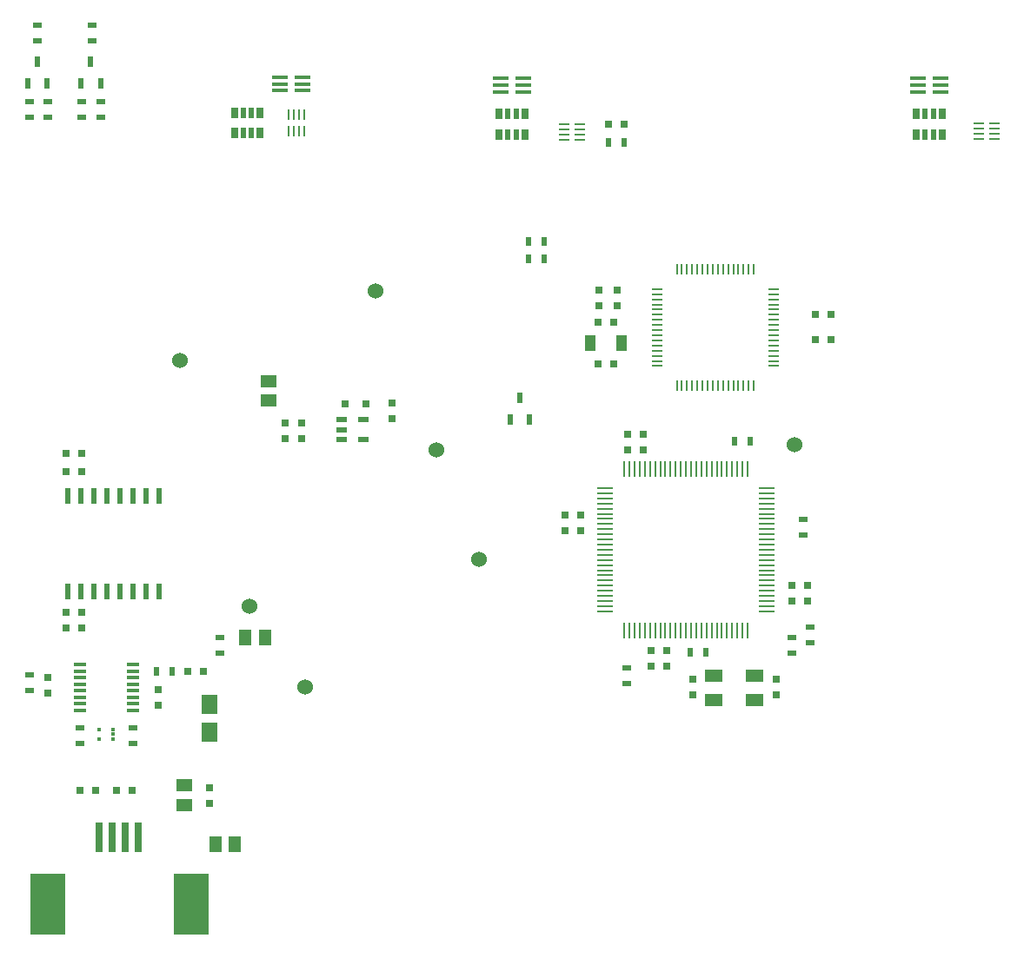
<source format=gbr>
G04 #@! TF.FileFunction,Paste,Top*
%FSLAX46Y46*%
G04 Gerber Fmt 4.6, Leading zero omitted, Abs format (unit mm)*
G04 Created by KiCad (PCBNEW 4.0.1-stable) date 23/05/2016 10:25:49*
%MOMM*%
G01*
G04 APERTURE LIST*
%ADD10C,0.100000*%
%ADD11R,0.700000X3.000000*%
%ADD12R,3.400000X6.040000*%
%ADD13R,0.800000X0.750000*%
%ADD14R,1.000000X1.600000*%
%ADD15R,0.750000X0.800000*%
%ADD16R,0.500000X0.900000*%
%ADD17R,0.797560X0.797560*%
%ADD18R,1.300000X1.500000*%
%ADD19R,1.500000X1.300000*%
%ADD20R,0.800000X0.800000*%
%ADD21R,0.900000X0.500000*%
%ADD22R,1.800000X1.200000*%
%ADD23R,0.500000X1.000000*%
%ADD24R,0.700000X1.000000*%
%ADD25R,1.501140X1.950720*%
%ADD26R,0.599440X1.000760*%
%ADD27R,1.500000X0.350000*%
%ADD28C,1.524000*%
%ADD29R,0.280000X1.500000*%
%ADD30R,1.500000X0.280000*%
%ADD31R,0.600000X1.500000*%
%ADD32R,1.200000X0.400000*%
%ADD33R,0.250000X1.000000*%
%ADD34R,1.000000X0.250000*%
%ADD35R,1.000760X0.599440*%
%ADD36R,0.450000X0.300000*%
G04 APERTURE END LIST*
D10*
D11*
X97745000Y-135309600D03*
X98995000Y-135309600D03*
X100245000Y-135309600D03*
X101495000Y-135309600D03*
D12*
X92695000Y-141809600D03*
X106695000Y-141809600D03*
D13*
X150737000Y-96012000D03*
X149237000Y-96012000D03*
D14*
X148566000Y-87122000D03*
X145566000Y-87122000D03*
D13*
X147816000Y-85090000D03*
X146316000Y-85090000D03*
D15*
X146431000Y-83427000D03*
X146431000Y-81927000D03*
D16*
X139585000Y-77216000D03*
X141085000Y-77216000D03*
X139585000Y-78867000D03*
X141085000Y-78867000D03*
D13*
X147332000Y-65786000D03*
X148832000Y-65786000D03*
D16*
X147332000Y-67564000D03*
X148832000Y-67564000D03*
D13*
X167525000Y-86741000D03*
X169025000Y-86741000D03*
D15*
X148209000Y-83427000D03*
X148209000Y-81927000D03*
D13*
X147816000Y-89154000D03*
X146316000Y-89154000D03*
X167525000Y-84328000D03*
X169025000Y-84328000D03*
D15*
X155511500Y-121400000D03*
X155511500Y-119900000D03*
X163639500Y-119900000D03*
X163639500Y-121400000D03*
X165227000Y-112256000D03*
X165227000Y-110756000D03*
X166751000Y-112256000D03*
X166751000Y-110756000D03*
D13*
X150737000Y-97536000D03*
X149237000Y-97536000D03*
D15*
X143129000Y-105398000D03*
X143129000Y-103898000D03*
X144653000Y-105398000D03*
X144653000Y-103898000D03*
X151511000Y-117106000D03*
X151511000Y-118606000D03*
X153035000Y-117106000D03*
X153035000Y-118606000D03*
D13*
X94500000Y-113379000D03*
X96000000Y-113379000D03*
X94500000Y-114903000D03*
X96000000Y-114903000D03*
D15*
X108458000Y-131941000D03*
X108458000Y-130441000D03*
D13*
X99453000Y-130683000D03*
X100953000Y-130683000D03*
X97397000Y-130683000D03*
X95897000Y-130683000D03*
X94500000Y-99663000D03*
X96000000Y-99663000D03*
D15*
X115824000Y-96381000D03*
X115824000Y-94881000D03*
X103505000Y-122377000D03*
X103505000Y-120877000D03*
D13*
X94500000Y-97885000D03*
X96000000Y-97885000D03*
D15*
X117475000Y-96381000D03*
X117475000Y-94881000D03*
X92710000Y-119741000D03*
X92710000Y-121241000D03*
X126238000Y-94476000D03*
X126238000Y-92976000D03*
D17*
X107873800Y-119087000D03*
X106375200Y-119087000D03*
D18*
X109050000Y-136000000D03*
X110950000Y-136000000D03*
D19*
X106045000Y-130241000D03*
X106045000Y-132141000D03*
X114236500Y-92707500D03*
X114236500Y-90807500D03*
D18*
X111953000Y-115824000D03*
X113853000Y-115824000D03*
D20*
X121666000Y-93012000D03*
X123698000Y-93012000D03*
D21*
X165227000Y-115836000D03*
X165227000Y-117336000D03*
X149098000Y-118757000D03*
X149098000Y-120257000D03*
D16*
X156833000Y-117284500D03*
X155333000Y-117284500D03*
D21*
X167005000Y-116320000D03*
X167005000Y-114820000D03*
X166306500Y-105779000D03*
X166306500Y-104279000D03*
X92710000Y-65075500D03*
X92710000Y-63575500D03*
X90932000Y-65062800D03*
X90932000Y-63562800D03*
X91694000Y-56146000D03*
X91694000Y-57646000D03*
X97028000Y-56146000D03*
X97028000Y-57646000D03*
X96012000Y-65106000D03*
X96012000Y-63606000D03*
X97917000Y-65106000D03*
X97917000Y-63606000D03*
D16*
X159651000Y-96647000D03*
X161151000Y-96647000D03*
D21*
X101015800Y-124649800D03*
X101015800Y-126149800D03*
X95834200Y-124649800D03*
X95834200Y-126149800D03*
X90932000Y-119487000D03*
X90932000Y-120987000D03*
D16*
X104826500Y-119087000D03*
X103326500Y-119087000D03*
D22*
X161575500Y-119513500D03*
X157575500Y-119513500D03*
X161575500Y-121913500D03*
X157575500Y-121913500D03*
D23*
X178962000Y-64786000D03*
X178962000Y-66786000D03*
X178162000Y-64786000D03*
X178162000Y-66786000D03*
D24*
X179812000Y-64786000D03*
X177312000Y-64786000D03*
X177312000Y-66786000D03*
X179812000Y-66786000D03*
D23*
X138322000Y-64786000D03*
X138322000Y-66786000D03*
X137522000Y-64786000D03*
X137522000Y-66786000D03*
D24*
X139172000Y-64786000D03*
X136672000Y-64786000D03*
X136672000Y-66786000D03*
X139172000Y-66786000D03*
D23*
X112541000Y-64659000D03*
X112541000Y-66659000D03*
X111741000Y-64659000D03*
X111741000Y-66659000D03*
D24*
X113391000Y-64659000D03*
X110891000Y-64659000D03*
X110891000Y-66659000D03*
X113391000Y-66659000D03*
D25*
X108458000Y-125072140D03*
X108458000Y-122323860D03*
D26*
X137731500Y-94528640D03*
X138684000Y-92415360D03*
X139636500Y-94528640D03*
X90741500Y-61762640D03*
X91694000Y-59649360D03*
X92646500Y-61762640D03*
X95948500Y-61762640D03*
X96901000Y-59649360D03*
X97853500Y-61762640D03*
D21*
X109474000Y-115836000D03*
X109474000Y-117336000D03*
D27*
X136822000Y-62626000D03*
X136822000Y-61976000D03*
X136822000Y-61326000D03*
X139022000Y-61326000D03*
X139022000Y-61976000D03*
X139022000Y-62626000D03*
X139022000Y-62626000D03*
X139022000Y-61976000D03*
X139022000Y-61326000D03*
X136822000Y-61326000D03*
X136822000Y-61976000D03*
X136822000Y-62626000D03*
X177462000Y-62626000D03*
X177462000Y-61976000D03*
X177462000Y-61326000D03*
X179662000Y-61326000D03*
X179662000Y-61976000D03*
X179662000Y-62626000D03*
X179662000Y-62626000D03*
X179662000Y-61976000D03*
X179662000Y-61326000D03*
X177462000Y-61326000D03*
X177462000Y-61976000D03*
X177462000Y-62626000D03*
D28*
X130556000Y-97536000D03*
X117792500Y-120650000D03*
X112395000Y-112776000D03*
X105600500Y-88836500D03*
X124650500Y-82042000D03*
X134683500Y-108204000D03*
X165481000Y-97028000D03*
D27*
X117559000Y-61199000D03*
X117559000Y-61849000D03*
X117559000Y-62499000D03*
X115359000Y-62499000D03*
X115359000Y-61849000D03*
X115359000Y-61199000D03*
X115359000Y-61199000D03*
X115359000Y-61849000D03*
X115359000Y-62499000D03*
X117559000Y-62499000D03*
X117559000Y-61849000D03*
X117559000Y-61199000D03*
D29*
X148876500Y-115151500D03*
X149376500Y-115151500D03*
X149876500Y-115151500D03*
X150376500Y-115151500D03*
X150876500Y-115151500D03*
X151376500Y-115151500D03*
X151876500Y-115151500D03*
X152376500Y-115151500D03*
X152876500Y-115151500D03*
X153376500Y-115151500D03*
X153876500Y-115151500D03*
X154376500Y-115151500D03*
X154876500Y-115151500D03*
X155376500Y-115151500D03*
X155876500Y-115151500D03*
X156376500Y-115151500D03*
X156876500Y-115151500D03*
X157376500Y-115151500D03*
X157876500Y-115151500D03*
X158376500Y-115151500D03*
X158876500Y-115151500D03*
X159376500Y-115151500D03*
X159876500Y-115151500D03*
X160376500Y-115151500D03*
X160876500Y-115151500D03*
D30*
X162776500Y-113251500D03*
X162776500Y-112751500D03*
X162776500Y-112251500D03*
X162776500Y-111751500D03*
X162776500Y-111251500D03*
X162776500Y-110751500D03*
X162776500Y-110251500D03*
X162776500Y-109751500D03*
X162776500Y-109251500D03*
X162776500Y-108751500D03*
X162776500Y-108251500D03*
X162776500Y-107751500D03*
X162776500Y-107251500D03*
X162776500Y-106751500D03*
X162776500Y-106251500D03*
X162776500Y-105751500D03*
X162776500Y-105251500D03*
X162776500Y-104751500D03*
X162776500Y-104251500D03*
X162776500Y-103751500D03*
X162776500Y-103251500D03*
X162776500Y-102751500D03*
X162776500Y-102251500D03*
X162776500Y-101751500D03*
X162776500Y-101251500D03*
D29*
X160876500Y-99351500D03*
X160376500Y-99351500D03*
X159876500Y-99351500D03*
X159376500Y-99351500D03*
X158876500Y-99351500D03*
X158376500Y-99351500D03*
X157876500Y-99351500D03*
X157376500Y-99351500D03*
X156876500Y-99351500D03*
X156376500Y-99351500D03*
X155876500Y-99351500D03*
X155376500Y-99351500D03*
X154876500Y-99351500D03*
X154376500Y-99351500D03*
X153876500Y-99351500D03*
X153376500Y-99351500D03*
X152876500Y-99351500D03*
X152376500Y-99351500D03*
X151876500Y-99351500D03*
X151376500Y-99351500D03*
X150876500Y-99351500D03*
X150376500Y-99351500D03*
X149876500Y-99351500D03*
X149376500Y-99351500D03*
X148876500Y-99351500D03*
D30*
X146976500Y-101251500D03*
X146976500Y-101751500D03*
X146976500Y-102251500D03*
X146976500Y-102751500D03*
X146976500Y-103251500D03*
X146976500Y-103751500D03*
X146976500Y-104251500D03*
X146976500Y-104751500D03*
X146976500Y-105251500D03*
X146976500Y-105751500D03*
X146976500Y-106251500D03*
X146976500Y-106751500D03*
X146976500Y-107251500D03*
X146976500Y-107751500D03*
X146976500Y-108251500D03*
X146976500Y-108751500D03*
X146976500Y-109251500D03*
X146976500Y-109751500D03*
X146976500Y-110251500D03*
X146976500Y-110751500D03*
X146976500Y-111251500D03*
X146976500Y-111751500D03*
X146976500Y-112251500D03*
X146976500Y-112751500D03*
X146976500Y-113251500D03*
D31*
X94678500Y-111291000D03*
X95948500Y-111291000D03*
X97218500Y-111291000D03*
X98488500Y-111291000D03*
X99758500Y-111291000D03*
X101028500Y-111291000D03*
X102298500Y-111291000D03*
X103568500Y-111291000D03*
X103568500Y-101991000D03*
X102298500Y-101991000D03*
X101028500Y-101991000D03*
X99758500Y-101991000D03*
X98488500Y-101991000D03*
X97218500Y-101991000D03*
X95948500Y-101991000D03*
X94678500Y-101991000D03*
D32*
X95825000Y-118452000D03*
X95825000Y-119087000D03*
X95825000Y-119722000D03*
X95825000Y-120357000D03*
X95825000Y-120992000D03*
X95825000Y-121627000D03*
X95825000Y-122262000D03*
X95825000Y-122897000D03*
X101025000Y-122897000D03*
X101025000Y-122262000D03*
X101025000Y-121627000D03*
X101025000Y-120992000D03*
X101025000Y-120357000D03*
X101025000Y-119722000D03*
X101025000Y-119087000D03*
X101025000Y-118452000D03*
D33*
X161484000Y-79898000D03*
X160984000Y-79898000D03*
X160484000Y-79898000D03*
X159984000Y-79898000D03*
X159484000Y-79898000D03*
X158984000Y-79898000D03*
X158484000Y-79898000D03*
X157984000Y-79898000D03*
X157484000Y-79898000D03*
X156984000Y-79898000D03*
X156484000Y-79898000D03*
X155984000Y-79898000D03*
X155484000Y-79898000D03*
X154984000Y-79898000D03*
X154484000Y-79898000D03*
X153984000Y-79898000D03*
D34*
X152034000Y-81848000D03*
X152034000Y-82348000D03*
X152034000Y-82848000D03*
X152034000Y-83348000D03*
X152034000Y-83848000D03*
X152034000Y-84348000D03*
X152034000Y-84848000D03*
X152034000Y-85348000D03*
X152034000Y-85848000D03*
X152034000Y-86348000D03*
X152034000Y-86848000D03*
X152034000Y-87348000D03*
X152034000Y-87848000D03*
X152034000Y-88348000D03*
X152034000Y-88848000D03*
X152034000Y-89348000D03*
D33*
X153984000Y-91298000D03*
X154484000Y-91298000D03*
X154984000Y-91298000D03*
X155484000Y-91298000D03*
X155984000Y-91298000D03*
X156484000Y-91298000D03*
X156984000Y-91298000D03*
X157484000Y-91298000D03*
X157984000Y-91298000D03*
X158484000Y-91298000D03*
X158984000Y-91298000D03*
X159484000Y-91298000D03*
X159984000Y-91298000D03*
X160484000Y-91298000D03*
X160984000Y-91298000D03*
X161484000Y-91298000D03*
D34*
X163434000Y-89348000D03*
X163434000Y-88848000D03*
X163434000Y-88348000D03*
X163434000Y-87848000D03*
X163434000Y-87348000D03*
X163434000Y-86848000D03*
X163434000Y-86348000D03*
X163434000Y-85848000D03*
X163434000Y-85348000D03*
X163434000Y-84848000D03*
X163434000Y-84348000D03*
X163434000Y-83848000D03*
X163434000Y-83348000D03*
X163434000Y-82848000D03*
X163434000Y-82348000D03*
X163434000Y-81848000D03*
D35*
X121371360Y-94599500D03*
X121371360Y-96504500D03*
X121371360Y-95552000D03*
X123484640Y-96504500D03*
X123484640Y-94599500D03*
D36*
X99100000Y-125747400D03*
X99100000Y-124747400D03*
X99100000Y-125247400D03*
X97750000Y-124747400D03*
X97750000Y-125747400D03*
D33*
X117217000Y-64884000D03*
X116717000Y-64884000D03*
X116217000Y-64884000D03*
X117717000Y-64884000D03*
X117717000Y-66434000D03*
X116217000Y-66434000D03*
X116717000Y-66434000D03*
X117217000Y-66434000D03*
D34*
X144539000Y-66798000D03*
X144539000Y-66298000D03*
X144539000Y-65798000D03*
X144539000Y-67298000D03*
X142989000Y-67298000D03*
X142989000Y-65798000D03*
X142989000Y-66298000D03*
X142989000Y-66798000D03*
X184925000Y-66671000D03*
X184925000Y-66171000D03*
X184925000Y-65671000D03*
X184925000Y-67171000D03*
X183375000Y-67171000D03*
X183375000Y-65671000D03*
X183375000Y-66171000D03*
X183375000Y-66671000D03*
M02*

</source>
